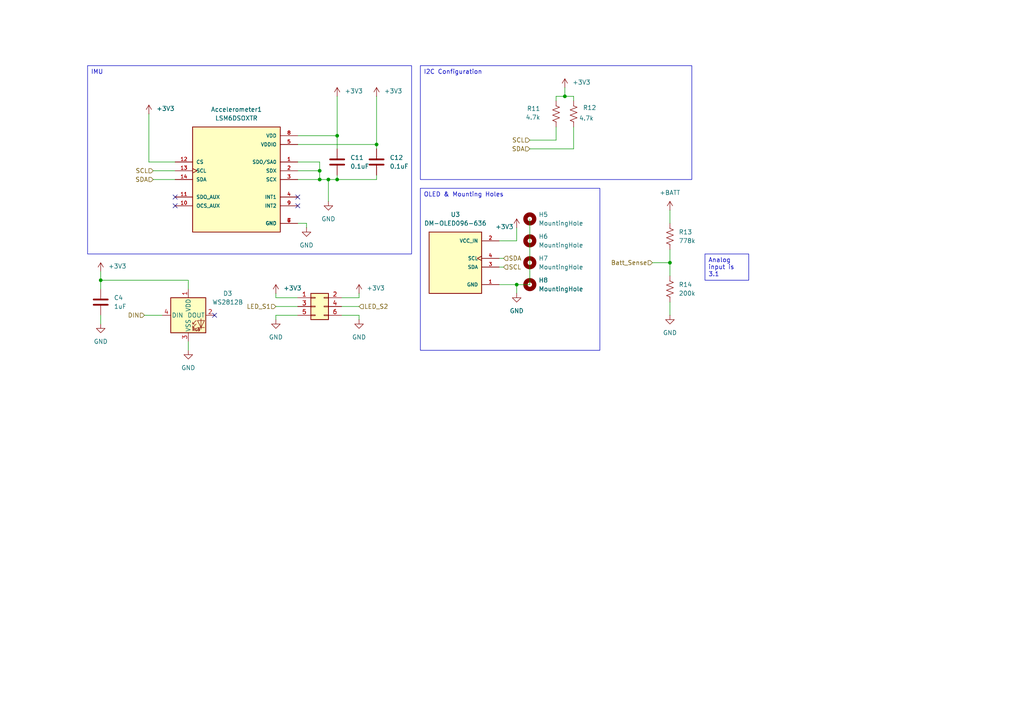
<source format=kicad_sch>
(kicad_sch (version 20231120) (generator "eeschema") (generator_version "8.0")
  (paper "A4")
  (lib_symbols
    (symbol "Connector_Generic:Conn_02x03_Odd_Even" (pin_names (offset 1.016) hide)
      (property "Reference" "J" (at 1.27 5.08 0))
      (property "Value" "Conn_02x03_Odd_Even" (at 1.27 -5.08 0))
      (symbol "Conn_02x03_Odd_Even_1_1"
        (rectangle (start -1.27 -2.413) (end 0 -2.667) (stroke (width 0.1524)))
        (rectangle (start -1.27 0.127) (end 0 -0.127) (stroke (width 0.1524)))
        (rectangle (start -1.27 2.667) (end 0 2.413) (stroke (width 0.1524)))
        (rectangle (start -1.27 3.81) (end 3.81 -3.81) (stroke (width 0.254)) (fill (type background)))
        (rectangle (start 3.81 -2.413) (end 2.54 -2.667) (stroke (width 0.1524)))
        (rectangle (start 3.81 0.127) (end 2.54 -0.127) (stroke (width 0.1524)))
        (rectangle (start 3.81 2.667) (end 2.54 2.413) (stroke (width 0.1524)))
        (pin passive line (at -5.08 2.54 0) (length 3.81) (name "Pin_1") (number "1"))
        (pin passive line (at 7.62 2.54 180) (length 3.81) (name "Pin_2") (number "2"))
        (pin passive line (at -5.08 0 0) (length 3.81) (name "Pin_3") (number "3"))
        (pin passive line (at 7.62 0 180) (length 3.81) (name "Pin_4") (number "4"))
        (pin passive line (at -5.08 -2.54 0) (length 3.81) (name "Pin_5") (number "5"))
        (pin passive line (at 7.62 -2.54 180) (length 3.81) (name "Pin_6") (number "6"))
      )
    )
    (symbol "DM-OLED096-636:DM-OLED096-636" (pin_names (offset 1.016))
      (property "Reference" "U3" (at 0 15.24 0))
      (property "Value" "DM-OLED096-636" (at 0 12.7 0))
      (symbol "DM-OLED096-636_0_0"
        (rectangle (start -7.62 10.16) (end 7.62 -7.62) (stroke (width 0.254)) (fill (type background)))
        (pin power_in line (at 12.7 -5.08 180) (length 5.08) (name "GND") (number "1"))
        (pin power_in line (at 12.7 7.62 180) (length 5.08) (name "VCC_IN") (number "2"))
      )
      (symbol "DM-OLED096-636_1_0"
        (pin bidirectional line (at 12.7 0 180) (length 5.08) (name "SDA") (number "3"))
        (pin input clock (at 12.7 2.54 180) (length 5.08) (name "SCL") (number "4"))
      )
    )
    (symbol "Device:C" (pin_numbers hide) (pin_names (offset 0.254))
      (property "Reference" "C" (at 0.635 2.54 0))
      (property "Value" "C" (at 0.635 -2.54 0))
      (symbol "C_0_1"
        (polyline (pts (xy -2.032 -0.762) (xy 2.032 -0.762)) (stroke (width 0.508)))
        (polyline (pts (xy -2.032 0.762) (xy 2.032 0.762)) (stroke (width 0.508)))
      )
      (symbol "C_1_1"
        (pin passive line (at 0 3.81 270) (length 2.794) (name "~") (number "1"))
        (pin passive line (at 0 -3.81 90) (length 2.794) (name "~") (number "2"))
      )
    )
    (symbol "Device:R_US" (pin_numbers hide) (pin_names (offset 0))
      (property "Reference" "R" (at 2.54 0 90))
      (property "Value" "R_US" (at -2.54 0 90))
      (symbol "R_US_0_1"
        (polyline (pts (xy 0 -2.286) (xy 0 -2.54)))
        (polyline (pts (xy 0 2.286) (xy 0 2.54)))
        (polyline (pts (xy 0 -0.762) (xy 1.016 -1.143) (xy 0 -1.524) (xy -1.016 -1.905) (xy 0 -2.286)))
        (polyline (pts (xy 0 0.762) (xy 1.016 0.381) (xy 0 0) (xy -1.016 -0.381) (xy 0 -0.762)))
        (polyline (pts (xy 0 2.286) (xy 1.016 1.905) (xy 0 1.524) (xy -1.016 1.143) (xy 0 0.762)))
      )
      (symbol "R_US_1_1"
        (pin passive line (at 0 3.81 270) (length 1.27) (name "~") (number "1"))
        (pin passive line (at 0 -3.81 90) (length 1.27) (name "~") (number "2"))
      )
    )
    (symbol "LED:WS2812B" (pin_names (offset 0.254))
      (property "Reference" "D" (at 5.08 5.715 0))
      (property "Value" "WS2812B" (at 1.27 -5.715 0))
      (symbol "WS2812B_0_0"
        (text "RGB" (at 2.286 -4.191 0) (effects (font (size 0.762 0.762))))
      )
      (symbol "WS2812B_0_1"
        (polyline (pts (xy 1.27 -3.556) (xy 1.778 -3.556)))
        (polyline (pts (xy 1.27 -2.54) (xy 1.778 -2.54)))
        (polyline (pts (xy 4.699 -3.556) (xy 2.667 -3.556)))
        (polyline (pts (xy 2.286 -2.54) (xy 1.27 -3.556) (xy 1.27 -3.048)))
        (polyline (pts (xy 2.286 -1.524) (xy 1.27 -2.54) (xy 1.27 -2.032)))
        (polyline (pts (xy 3.683 -1.016) (xy 3.683 -3.556) (xy 3.683 -4.064)))
        (polyline (pts (xy 4.699 -1.524) (xy 2.667 -1.524) (xy 3.683 -3.556) (xy 4.699 -1.524)))
        (rectangle (start 5.08 5.08) (end -5.08 -5.08) (stroke (width 0.254)) (fill (type background)))
      )
      (symbol "WS2812B_1_1"
        (pin power_in line (at 0 7.62 270) (length 2.54) (name "VDD") (number "1"))
        (pin output line (at 7.62 0 180) (length 2.54) (name "DOUT") (number "2"))
        (pin power_in line (at 0 -7.62 90) (length 2.54) (name "VSS") (number "3"))
        (pin input line (at -7.62 0 0) (length 2.54) (name "DIN") (number "4"))
      )
    )
    (symbol "LSM6DSOXTR:LSM6DSOXTR" (pin_names (offset 1.016))
      (property "Reference" "U" (at -12.7 16.002 0))
      (property "Value" "LSM6DSOXTR" (at -12.7 -17.78 0))
      (symbol "LSM6DSOXTR_0_0"
        (rectangle (start -12.7 -15.24) (end 12.7 15.24) (stroke (width 0.254)) (fill (type background)))
        (pin bidirectional line (at 17.78 5.08 180) (length 5.08) (name "SDO/SA0") (number "1"))
        (pin bidirectional line (at -17.78 -7.62 0) (length 5.08) (name "OCS_AUX") (number "10"))
        (pin bidirectional line (at -17.78 -5.08 0) (length 5.08) (name "SDO_AUX") (number "11"))
        (pin input line (at -17.78 5.08 0) (length 5.08) (name "CS") (number "12"))
        (pin input clock (at -17.78 2.54 0) (length 5.08) (name "SCL") (number "13"))
        (pin bidirectional line (at -17.78 0 0) (length 5.08) (name "SDA") (number "14"))
        (pin bidirectional line (at 17.78 2.54 180) (length 5.08) (name "SDX") (number "2"))
        (pin bidirectional line (at 17.78 0 180) (length 5.08) (name "SCX") (number "3"))
        (pin output line (at 17.78 -5.08 180) (length 5.08) (name "INT1") (number "4"))
        (pin power_in line (at 17.78 10.16 180) (length 5.08) (name "VDDIO") (number "5"))
        (pin power_in line (at 17.78 -12.7 180) (length 5.08) (name "GND") (number "6"))
        (pin power_in line (at 17.78 -12.7 180) (length 5.08) (name "GND") (number "7"))
        (pin power_in line (at 17.78 12.7 180) (length 5.08) (name "VDD") (number "8"))
        (pin output line (at 17.78 -7.62 180) (length 5.08) (name "INT2") (number "9"))
      )
    )
    (symbol "Mechanical:MountingHole" (pin_names (offset 1.016)) (exclude_from_sim yes) (in_bom no)
      (property "Reference" "H" (at 0 5.08 0))
      (property "Value" "MountingHole" (at 0 3.175 0))
      (symbol "MountingHole_0_1"
        (circle (center 0 0) (radius 1.27) (stroke (width 1.27)))
      )
    )
    (symbol "power:+3V3" (power) (pin_numbers hide) (pin_names (offset 0) hide)
      (property "Value" "+3V3" (at 0 3.556 0))
      (symbol "+3V3_0_1"
        (polyline (pts (xy -0.762 1.27) (xy 0 2.54)))
        (polyline (pts (xy 0 0) (xy 0 2.54)))
        (polyline (pts (xy 0 2.54) (xy 0.762 1.27)))
      )
      (symbol "+3V3_1_1"
        (pin power_in line (at 0 0 90) (length 0) (name "~") (number "1"))
      )
    )
    (symbol "power:+BATT" (power) (pin_numbers hide) (pin_names (offset 0) hide)
      (property "Value" "+BATT" (at 0 3.556 0))
      (symbol "+BATT_0_1"
        (polyline (pts (xy -0.762 1.27) (xy 0 2.54)))
        (polyline (pts (xy 0 0) (xy 0 2.54)))
        (polyline (pts (xy 0 2.54) (xy 0.762 1.27)))
      )
      (symbol "+BATT_1_1"
        (pin power_in line (at 0 0 90) (length 0) (name "~") (number "1"))
      )
    )
    (symbol "power:GND" (power) (pin_numbers hide) (pin_names (offset 0) hide)
      (property "Value" "GND" (at 0 -3.81 0))
      (symbol "GND_0_1"
        (polyline (pts (xy 0 0) (xy 0 -1.27) (xy 1.27 -1.27) (xy 0 -2.54) (xy -1.27 -1.27) (xy 0 -1.27)))
      )
      (symbol "GND_1_1"
        (pin power_in line (at 0 0 270) (length 0) (name "~") (number "1"))
      )
    )
  )
  (junction (at 97.79 39.37))
  (junction (at 149.86 82.55))
  (junction (at 163.83 27.94))
  (junction (at 29.21 81.28))
  (junction (at 95.25 52.07))
  (junction (at 92.71 49.53))
  (junction (at 194.31 76.2))
  (junction (at 92.71 52.07))
  (junction (at 97.79 52.07))
  (junction (at 109.22 41.91))
  (no_connect (at 62.23 91.44))
  (no_connect (at 50.8 57.15))
  (no_connect (at 86.36 57.15))
  (no_connect (at 50.8 59.69))
  (no_connect (at 86.36 59.69))
  (wire (pts (xy 86.36 46.99) (xy 92.71 46.99)))
  (wire (pts (xy 153.67 43.18) (xy 166.37 43.18)))
  (wire (pts (xy 95.25 52.07) (xy 97.79 52.07)))
  (wire (pts (xy 43.18 46.99) (xy 50.8 46.99)))
  (wire (pts (xy 44.45 52.07) (xy 50.8 52.07)))
  (wire (pts (xy 104.14 88.9) (xy 99.06 88.9)))
  (wire (pts (xy 80.01 91.44) (xy 80.01 92.71)))
  (wire (pts (xy 29.21 78.74) (xy 29.21 81.28)))
  (wire (pts (xy 161.29 27.94) (xy 163.83 27.94)))
  (wire (pts (xy 144.78 82.55) (xy 149.86 82.55)))
  (wire (pts (xy 109.22 41.91) (xy 109.22 43.18)))
  (wire (pts (xy 153.67 82.55) (xy 149.86 82.55)))
  (wire (pts (xy 80.01 86.36) (xy 86.36 86.36)))
  (wire (pts (xy 80.01 85.09) (xy 80.01 86.36)))
  (wire (pts (xy 54.61 81.28) (xy 29.21 81.28)))
  (wire (pts (xy 97.79 39.37) (xy 86.36 39.37)))
  (wire (pts (xy 29.21 81.28) (xy 29.21 83.82)))
  (wire (pts (xy 161.29 36.83) (xy 161.29 40.64)))
  (wire (pts (xy 97.79 39.37) (xy 97.79 43.18)))
  (wire (pts (xy 194.31 76.2) (xy 194.31 80.01)))
  (wire (pts (xy 41.91 91.44) (xy 46.99 91.44)))
  (wire (pts (xy 104.14 91.44) (xy 104.14 92.71)))
  (wire (pts (xy 161.29 29.21) (xy 161.29 27.94)))
  (wire (pts (xy 80.01 88.9) (xy 86.36 88.9)))
  (wire (pts (xy 109.22 27.94) (xy 109.22 41.91)))
  (wire (pts (xy 86.36 91.44) (xy 80.01 91.44)))
  (wire (pts (xy 92.71 52.07) (xy 95.25 52.07)))
  (wire (pts (xy 189.23 76.2) (xy 194.31 76.2)))
  (wire (pts (xy 86.36 49.53) (xy 92.71 49.53)))
  (wire (pts (xy 97.79 52.07) (xy 97.79 50.8)))
  (wire (pts (xy 166.37 36.83) (xy 166.37 43.18)))
  (wire (pts (xy 97.79 52.07) (xy 109.22 52.07)))
  (wire (pts (xy 149.86 66.04) (xy 149.86 69.85)))
  (wire (pts (xy 144.78 74.93) (xy 146.05 74.93)))
  (wire (pts (xy 86.36 52.07) (xy 92.71 52.07)))
  (wire (pts (xy 194.31 72.39) (xy 194.31 76.2)))
  (wire (pts (xy 163.83 27.94) (xy 163.83 25.4)))
  (wire (pts (xy 97.79 27.94) (xy 97.79 39.37)))
  (wire (pts (xy 88.9 64.77) (xy 88.9 66.04)))
  (wire (pts (xy 92.71 46.99) (xy 92.71 49.53)))
  (wire (pts (xy 144.78 69.85) (xy 149.86 69.85)))
  (wire (pts (xy 86.36 64.77) (xy 88.9 64.77)))
  (wire (pts (xy 194.31 60.96) (xy 194.31 64.77)))
  (wire (pts (xy 153.67 40.64) (xy 161.29 40.64)))
  (wire (pts (xy 163.83 27.94) (xy 166.37 27.94)))
  (wire (pts (xy 54.61 83.82) (xy 54.61 81.28)))
  (wire (pts (xy 54.61 99.06) (xy 54.61 101.6)))
  (wire (pts (xy 144.78 77.47) (xy 146.05 77.47)))
  (wire (pts (xy 86.36 41.91) (xy 109.22 41.91)))
  (wire (pts (xy 194.31 87.63) (xy 194.31 91.44)))
  (wire (pts (xy 43.18 33.02) (xy 43.18 46.99)))
  (wire (pts (xy 92.71 49.53) (xy 92.71 52.07)))
  (wire (pts (xy 149.86 82.55) (xy 149.86 85.09)))
  (wire (pts (xy 29.21 91.44) (xy 29.21 93.98)))
  (wire (pts (xy 44.45 49.53) (xy 50.8 49.53)))
  (wire (pts (xy 99.06 91.44) (xy 104.14 91.44)))
  (wire (pts (xy 95.25 52.07) (xy 95.25 58.42)))
  (wire (pts (xy 166.37 27.94) (xy 166.37 29.21)))
  (wire (pts (xy 109.22 52.07) (xy 109.22 50.8)))
  (wire (pts (xy 153.67 63.5) (xy 153.67 82.55)))
  (wire (pts (xy 104.14 85.09) (xy 104.14 86.36)))
  (wire (pts (xy 99.06 86.36) (xy 104.14 86.36)))
  (text_box "I2C Configuration\n" (at 121.92 19.05 0) (size 78.74 33.02) (effects (font (size 1.27 1.27)) (justify left top)))
  (text_box "Analog input is 3.1\n" (at 204.47 73.66 0) (size 12.7 7.62) (effects (font (size 1.27 1.27)) (justify left top)))
  (text_box "OLED & Mounting Holes\n" (at 121.92 54.61 0) (size 52.07 46.99) (effects (font (size 1.27 1.27)) (justify left top)))
  (text_box "IMU\n" (at 25.4 19.05 0) (size 93.98 54.61) (effects (font (size 1.27 1.27)) (justify left top)))
  (hierarchical_label "SDA" (shape input) (at 44.45 52.07 180))
  (hierarchical_label "SCL" (shape input) (at 153.67 40.64 180))
  (hierarchical_label "LED_S2" (shape input) (at 104.14 88.9 0))
  (hierarchical_label "SDA" (shape input) (at 153.67 43.18 180))
  (hierarchical_label "SDA" (shape input) (at 146.05 74.93 0))
  (hierarchical_label "SCL" (shape input) (at 44.45 49.53 180))
  (hierarchical_label "SCL" (shape input) (at 146.05 77.47 0))
  (hierarchical_label "DIN" (shape input) (at 41.91 91.44 180))
  (hierarchical_label "Batt_Sense" (shape input) (at 189.23 76.2 180))
  (hierarchical_label "LED_S1" (shape input) (at 80.01 88.9 180))
  (symbol (lib_id "Mechanical:MountingHole") (at 153.67 69.85 0) (unit 1) (in_bom no)
    (property "Reference" "H6" (at 156.21 68.5799 0) (effects (justify left)))
    (property "Value" "MountingHole" (at 156.21 71.1199 0) (effects (justify left)))
    (property "Footprint" "MountingHole:MountingHole_2.2mm_M2" (effects (hide yes)))
    (property "Description" "Mounting Hole without connection" (effects (hide yes)))
    (property "MANUFACTURER" "X" (effects (hide yes)))
  )
  (symbol (lib_id "power:GND") (at 194.31 91.44 0) (unit 1)
    (property "Reference" "#PWR047" (effects (hide yes)))
    (property "Value" "GND" (at 194.31 96.52 0))
    (property "Description" "Power symbol creates a global label with name \"GND\" , ground" (effects (hide yes)))
  )
  (symbol (lib_id "power:GND") (at 88.9 66.04 0) (unit 1)
    (property "Reference" "#PWR041" (effects (hide yes)))
    (property "Value" "GND" (at 88.9 71.12 0))
    (property "Description" "Power symbol creates a global label with name \"GND\" , ground" (effects (hide yes)))
  )
  (symbol (lib_id "power:GND") (at 95.25 58.42 0) (unit 1)
    (property "Reference" "#PWR042" (effects (hide yes)))
    (property "Value" "GND" (at 95.25 63.5 0))
    (property "Description" "Power symbol creates a global label with name \"GND\" , ground" (effects (hide yes)))
  )
  (symbol (lib_id "LSM6DSOXTR:LSM6DSOXTR") (at 68.58 52.07 0) (unit 1)
    (property "Reference" "Accelerometer1" (at 68.58 31.75 0))
    (property "Value" "LSM6DSOXTR" (at 68.58 34.29 0))
    (property "Footprint" "LSM6DSOXTR:PQFN50P250X300X86-14N" (effects (hide yes)))
    (property "Datasheet" "https://learn.adafruit.com/assets/85363" (effects (hide yes)))
    (property "MF" "STMicroelectronics" (effects (hide yes)))
    (property "Description_1" "\nAccelerometer, Gyroscope, 6 Axis Sensor I2C, SPI Output\n" (effects (hide yes)))
    (property "Package" "VFLGA-14 STMicroelectronics" (effects (hide yes)))
    (property "Price" "None" (effects (hide yes)))
    (property "Check_prices" "https://www.snapeda.com/parts/LSM6DSOXTR/STMicroelectronics/view-part/?ref=eda" (effects (hide yes)))
    (property "STANDARD" "IPC7351B" (effects (hide yes)))
    (property "PARTREV" "3.0" (effects (hide yes)))
    (property "SnapEDA_Link" "https://www.snapeda.com/parts/LSM6DSOXTR/STMicroelectronics/view-part/?ref=snap" (effects (hide yes)))
    (property "MP" "LSM6DSOXTR" (effects (hide yes)))
    (property "Purchase-URL" "https://www.snapeda.com/api/url_track_click_mouser/?unipart_id=3227828&manufacturer=STMicroelectronics&part_name=LSM6DSOXTR&search_term=None" (effects (hide yes)))
    (property "Availability" "In Stock" (effects (hide yes)))
    (property "MANUFACTURER" " 511-LSM6DSOXTR " (effects (hide yes)))
  )
  (symbol (lib_id "power:GND") (at 149.86 85.09 0) (unit 1)
    (property "Reference" "#PWR036" (effects (hide yes)))
    (property "Value" "GND" (at 149.86 90.17 0))
    (property "Description" "Power symbol creates a global label with name \"GND\" , ground" (effects (hide yes)))
  )
  (symbol (lib_id "Device:C") (at 29.21 87.63 0) (unit 1)
    (property "Reference" "C4" (at 33.02 86.3599 0) (effects (justify left)))
    (property "Value" "1uF" (at 33.02 88.8999 0) (effects (justify left)))
    (property "Footprint" "Capacitor_SMD:C_0603_1608Metric_Pad1.08x0.95mm_HandSolder" (effects (hide yes)))
    (property "Description" "Unpolarized capacitor" (effects (hide yes)))
    (property "MANUFACTURER" "LMK063BBJ105MPLF" (effects (hide yes)))
  )
  (symbol (lib_id "power:+BATT") (at 194.31 60.96 0) (unit 1)
    (property "Reference" "#PWR046" (effects (hide yes)))
    (property "Value" "+BATT" (at 194.31 55.88 0))
    (property "Description" "Power symbol creates a global label with name \"+BATT\"" (effects (hide yes)))
  )
  (symbol (lib_id "power:GND") (at 29.21 93.98 0) (unit 1)
    (property "Reference" "#PWR011" (effects (hide yes)))
    (property "Value" "GND" (at 29.21 99.06 0))
    (property "Description" "Power symbol creates a global label with name \"GND\" , ground" (effects (hide yes)))
  )
  (symbol (lib_id "Device:C") (at 97.79 46.99 0) (unit 1)
    (property "Reference" "C11" (at 101.6 45.7199 0) (effects (justify left)))
    (property "Value" "0.1uF" (at 101.6 48.2599 0) (effects (justify left)))
    (property "Footprint" "Capacitor_SMD:C_0603_1608Metric" (effects (hide yes)))
    (property "Description" "Unpolarized capacitor" (effects (hide yes)))
    (property "MANUFACTURER" "EMK063BJ104KP-F" (effects (hide yes)))
  )
  (symbol (lib_id "Device:R_US") (at 161.29 33.02 180) (unit 1)
    (property "Reference" "R11" (at 156.718 31.496 0) (effects (justify left)))
    (property "Value" "4.7k" (at 156.718 34.036 0) (effects (justify left)))
    (property "Footprint" "Resistor_SMD:R_0603_1608Metric" (effects (hide yes)))
    (property "MANUFACTURER" "RT0201BRD074K7L" (effects (hide yes)))
  )
  (symbol (lib_id "Device:C") (at 109.22 46.99 0) (unit 1)
    (property "Reference" "C12" (at 113.03 45.7199 0) (effects (justify left)))
    (property "Value" "0.1uF" (at 113.03 48.2599 0) (effects (justify left)))
    (property "Footprint" "Capacitor_SMD:C_0603_1608Metric" (effects (hide yes)))
    (property "Description" "Unpolarized capacitor" (effects (hide yes)))
    (property "MANUFACTURER" "EMK063BJ104KP-F" (effects (hide yes)))
  )
  (symbol (lib_id "power:+3V3") (at 163.83 25.4 0) (unit 1)
    (property "Reference" "#PWR045" (effects (hide yes)))
    (property "Value" "+3V3" (at 168.656 23.876 0))
    (property "Description" "Power symbol creates a global label with name \"+3V3\"" (effects (hide yes)))
  )
  (symbol (lib_id "Mechanical:MountingHole") (at 153.67 63.5 0) (unit 1)
    (property "Reference" "H5" (at 156.21 62.2299 0) (effects (justify left)))
    (property "Value" "MountingHole" (at 156.21 64.7699 0) (effects (justify left)))
    (property "Footprint" "MountingHole:MountingHole_2.2mm_M2" (effects (hide yes)))
    (property "Description" "Mounting Hole without connection" (effects (hide yes)))
    (property "MANUFACTURER" "JS202011JCQN" (effects (hide yes)))
  )
  (symbol (lib_id "Device:R_US") (at 194.31 68.58 0) (unit 1)
    (property "Reference" "R13" (at 196.85 67.3099 0) (effects (justify left)))
    (property "Value" "778k" (at 196.85 69.8499 0) (effects (justify left)))
    (property "Footprint" "Resistor_SMD:R_0603_1608Metric" (effects (hide yes)))
    (property "Description" "Resistor, US symbol" (effects (hide yes)))
    (property "MANUFACTURER" "CRCW0201787KFKED" (effects (hide yes)))
  )
  (symbol (lib_id "Connector_Generic:Conn_02x03_Odd_Even") (at 91.44 88.9 0) (unit 1) (in_bom no)
    (property "Reference" "LED1" (effects (hide yes)))
    (property "Value" "Conn_02x03_Odd_Even" (effects (hide yes)))
    (property "Footprint" "PinHeader_2x03_P2.54mm_Horizontal" (effects (hide yes)))
    (property "Description" "Generic connector, double row, 02x03, odd/even pin numbering scheme (row 1 odd numbers, row 2 even numbers), script generated (kicad-library-utils/schlib/autogen/connector/)" (effects (hide yes)))
    (property "MANUFACTURER" "X" (effects (hide yes)))
  )
  (symbol (lib_id "power:+3V3") (at 29.21 78.74 0) (unit 1)
    (property "Reference" "#PWR020" (effects (hide yes)))
    (property "Value" "+3V3" (at 34.036 77.216 0))
    (property "Description" "Power symbol creates a global label with name \"+3V3\"" (effects (hide yes)))
  )
  (symbol (lib_id "power:GND") (at 80.01 92.71 0) (unit 1)
    (property "Reference" "#PWR049" (effects (hide yes)))
    (property "Value" "GND" (at 80.01 97.79 0))
    (property "Description" "Power symbol creates a global label with name \"GND\" , ground" (effects (hide yes)))
  )
  (symbol (lib_id "DM-OLED096-636:DM-OLED096-636") (at 132.08 77.47 0) (unit 1) (in_bom no)
    (property "Reference" "U3" (at 132.08 62.23 0))
    (property "Value" "DM-OLED096-636" (at 132.08 64.77 0))
    (property "Footprint" "Connector_PinHeader_2.54mm:PinHeader_1x04_P2.54mm_Vertical" (effects (hide yes)))
    (property "MF" "Display Module" (effects (hide yes)))
    (property "MAXIMUM_PACKAGE_HEIGHT" "11.3 mm" (effects (hide yes)))
    (property "Package" "Package" (effects (hide yes)))
    (property "Price" "None" (effects (hide yes)))
    (property "Check_prices" "https://www.snapeda.com/parts/DM-OLED096-636/Display+Module/view-part/?ref=eda" (effects (hide yes)))
    (property "STANDARD" "Manufacturer Recommendations" (effects (hide yes)))
    (property "PARTREV" "2018-09-10" (effects (hide yes)))
    (property "SnapEDA_Link" "https://www.snapeda.com/parts/DM-OLED096-636/Display+Module/view-part/?ref=snap" (effects (hide yes)))
    (property "MP" "DM-OLED096-636" (effects (hide yes)))
    (property "Description_1" "\n0.96” 128 X 64 MONOCHROME GRAPHIC OLED DISPLAY MODULE - I2C\n" (effects (hide yes)))
    (property "Availability" "Not in stock" (effects (hide yes)))
    (property "MANUFACTURER" "X" (effects (hide yes)))
  )
  (symbol (lib_id "power:+3V3") (at 109.22 27.94 0) (unit 1)
    (property "Reference" "#PWR044" (effects (hide yes)))
    (property "Value" "+3V3" (at 114.046 26.416 0))
    (property "Description" "Power symbol creates a global label with name \"+3V3\"" (effects (hide yes)))
  )
  (symbol (lib_id "Device:R_US") (at 166.37 33.02 180) (unit 1)
    (property "Reference" "R12" (at 172.974 31.242 0) (effects (justify left)))
    (property "Value" "4.7k" (at 172.212 34.29 0) (effects (justify left)))
    (property "Footprint" "Resistor_SMD:R_0603_1608Metric" (effects (hide yes)))
    (property "MANUFACTURER" "RT0201BRD074K7L" (effects (hide yes)))
  )
  (symbol (lib_id "LED:WS2812B") (at 54.61 91.44 0) (unit 1) (in_bom no)
    (property "Reference" "D3" (at 66.04 85.1214 0))
    (property "Value" "WS2812B" (at 66.04 87.6614 0))
    (property "Footprint" "LED_SMD:LED_WS2812B_PLCC4_5.0x5.0mm_P3.2mm" (effects (hide yes)))
    (property "Datasheet" "https://cdn-shop.adafruit.com/datasheets/WS2812B.pdf" (effects (hide yes)))
    (property "Description" "RGB LED with integrated controller" (effects (hide yes)))
    (property "MANUFACTURER" "X" (effects (hide yes)))
  )
  (symbol (lib_id "power:GND") (at 104.14 92.71 0) (unit 1)
    (property "Reference" "#PWR051" (effects (hide yes)))
    (property "Value" "GND" (at 104.14 97.79 0))
    (property "Description" "Power symbol creates a global label with name \"GND\" , ground" (effects (hide yes)))
  )
  (symbol (lib_id "power:+3V3") (at 97.79 27.94 0) (unit 1)
    (property "Reference" "#PWR043" (effects (hide yes)))
    (property "Value" "+3V3" (at 102.616 26.416 0))
    (property "Description" "Power symbol creates a global label with name \"+3V3\"" (effects (hide yes)))
  )
  (symbol (lib_id "power:+3V3") (at 80.01 85.09 0) (unit 1)
    (property "Reference" "#PWR012" (effects (hide yes)))
    (property "Value" "+3V3" (at 84.836 83.566 0))
    (property "Description" "Power symbol creates a global label with name \"+3V3\"" (effects (hide yes)))
  )
  (symbol (lib_id "Mechanical:MountingHole") (at 153.67 82.55 0) (unit 1) (in_bom no)
    (property "Reference" "H8" (at 156.21 81.2799 0) (effects (justify left)))
    (property "Value" "MountingHole" (at 156.21 83.8199 0) (effects (justify left)))
    (property "Footprint" "MountingHole:MountingHole_2.2mm_M2" (effects (hide yes)))
    (property "Description" "Mounting Hole without connection" (effects (hide yes)))
    (property "MANUFACTURER" "X" (effects (hide yes)))
  )
  (symbol (lib_id "power:+3V3") (at 43.18 33.02 0) (unit 1)
    (property "Reference" "#PWR039" (effects (hide yes)))
    (property "Value" "+3V3" (at 48.006 31.496 0))
    (property "Description" "Power symbol creates a global label with name \"+3V3\"" (effects (hide yes)))
  )
  (symbol (lib_id "power:GND") (at 54.61 101.6 0) (unit 1)
    (property "Reference" "#PWR010" (effects (hide yes)))
    (property "Value" "GND" (at 54.61 106.68 0))
    (property "Description" "Power symbol creates a global label with name \"GND\" , ground" (effects (hide yes)))
  )
  (symbol (lib_id "power:+3V3") (at 104.14 85.09 0) (unit 1)
    (property "Reference" "#PWR019" (effects (hide yes)))
    (property "Value" "+3V3" (at 108.966 83.566 0))
    (property "Description" "Power symbol creates a global label with name \"+3V3\"" (effects (hide yes)))
  )
  (symbol (lib_id "power:+3V3") (at 149.86 66.04 0) (unit 1)
    (property "Reference" "#PWR033" (effects (hide yes)))
    (property "Value" "+3V3" (at 146.304 65.786 0))
    (property "Description" "Power symbol creates a global label with name \"+3V3\"" (effects (hide yes)))
  )
  (symbol (lib_id "Device:R_US") (at 194.31 83.82 0) (unit 1)
    (property "Reference" "R14" (at 196.85 82.5499 0) (effects (justify left)))
    (property "Value" "200k" (at 196.85 85.0899 0) (effects (justify left)))
    (property "Footprint" "Resistor_SMD:R_0603_1608Metric" (effects (hide yes)))
    (property "Description" "Resistor, US symbol" (effects (hide yes)))
    (property "MANUFACTURER" "AF0201FR-07499KL" (effects (hide yes)))
  )
  (symbol (lib_id "Mechanical:MountingHole") (at 153.67 76.2 0) (unit 1) (in_bom no)
    (property "Reference" "H7" (at 156.21 74.9299 0) (effects (justify left)))
    (property "Value" "MountingHole" (at 156.21 77.4699 0) (effects (justify left)))
    (property "Footprint" "MountingHole:MountingHole_2.2mm_M2" (effects (hide yes)))
    (property "Description" "Mounting Hole without connection" (effects (hide yes)))
    (property "MANUFACTURER" "X" (effects (hide yes)))
  )
)
</source>
